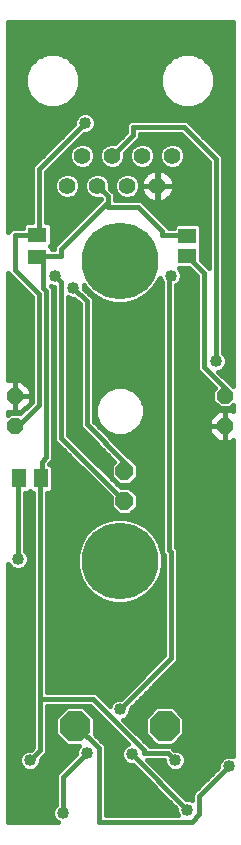
<source format=gtl>
G75*
%MOIN*%
%OFA0B0*%
%FSLAX24Y24*%
%IPPOS*%
%LPD*%
%AMOC8*
5,1,8,0,0,1.08239X$1,22.5*
%
%ADD10R,0.0591X0.0512*%
%ADD11R,0.0512X0.0630*%
%ADD12C,0.0554*%
%ADD13R,0.0630X0.0512*%
%ADD14OC8,0.0520*%
%ADD15OC8,0.0594*%
%ADD16OC8,0.1000*%
%ADD17C,0.0150*%
%ADD18C,0.0160*%
%ADD19C,0.0400*%
%ADD20C,0.2559*%
D10*
X006450Y019465D03*
X006450Y020135D03*
D11*
X001574Y012050D03*
X000826Y012050D03*
D12*
X002450Y021800D03*
X002950Y022800D03*
X003450Y021800D03*
X003950Y022800D03*
X004450Y021800D03*
X004950Y022800D03*
X005450Y021800D03*
X005950Y022800D03*
D13*
X001450Y020174D03*
X001450Y019426D03*
D14*
X000700Y014800D03*
X000700Y013800D03*
X007700Y013800D03*
X007700Y014800D03*
D15*
X004350Y012300D03*
X004350Y011300D03*
D16*
X005696Y003800D03*
X002704Y003800D03*
D17*
X002750Y003800D01*
X003500Y003050D01*
X003500Y000600D01*
X006600Y000600D01*
X006850Y000850D01*
X006850Y001450D01*
X007850Y002450D01*
X006450Y001000D02*
X004600Y002850D01*
X005000Y002900D02*
X005000Y003000D01*
X003300Y004700D01*
X001550Y004700D01*
X001550Y003000D01*
X001200Y002650D01*
X001550Y004700D02*
X001550Y012050D01*
X001574Y012050D01*
X001600Y012100D01*
X001600Y012600D01*
X001750Y012750D01*
X001750Y018300D01*
X001650Y018400D01*
X001650Y019400D01*
X001450Y019426D01*
X001450Y019450D01*
X002250Y019450D01*
X002250Y019700D01*
X003750Y021200D01*
X003800Y021200D01*
X003800Y021100D01*
X004800Y021100D01*
X005600Y020300D01*
X005600Y020150D01*
X006450Y020150D01*
X006450Y020135D01*
X006450Y019465D02*
X006450Y019450D01*
X007000Y018900D01*
X007000Y015750D01*
X007700Y015050D01*
X007700Y014800D01*
X007400Y015950D02*
X007400Y022700D01*
X006350Y023750D01*
X004650Y023750D01*
X004650Y023500D01*
X003950Y022800D01*
X003450Y021800D02*
X003800Y021450D01*
X003800Y021200D01*
X001500Y022350D02*
X003050Y023900D01*
X001500Y022350D02*
X001500Y020200D01*
X001450Y020174D01*
X001450Y020150D01*
X000700Y020150D01*
X000700Y019000D01*
X001500Y018200D01*
X001500Y014500D01*
X000800Y013800D01*
X000700Y013800D01*
X000800Y012050D02*
X000826Y012050D01*
X000800Y012050D02*
X000800Y009350D01*
X004350Y011300D02*
X002250Y013400D01*
X002250Y018600D01*
X002050Y018800D01*
X002650Y018400D02*
X003100Y017950D01*
X003100Y013850D01*
X004350Y012600D01*
X004350Y012300D01*
X005850Y009650D02*
X005900Y009600D01*
X005900Y006050D01*
X004200Y004350D01*
X005000Y002900D02*
X005800Y002900D01*
X006050Y002650D01*
X005850Y009650D02*
X005850Y018750D01*
X005900Y018800D01*
X003100Y002900D02*
X002300Y002100D01*
X002300Y000900D01*
D18*
X000480Y000580D02*
X000480Y009182D01*
X000495Y009146D01*
X000596Y009045D01*
X000728Y008990D01*
X000872Y008990D01*
X001004Y009045D01*
X001105Y009146D01*
X001160Y009278D01*
X001160Y009422D01*
X001105Y009554D01*
X001035Y009624D01*
X001035Y011575D01*
X001148Y011575D01*
X001200Y011627D01*
X001252Y011575D01*
X001315Y011575D01*
X001315Y003097D01*
X001228Y003010D01*
X001128Y003010D01*
X000996Y002955D01*
X000895Y002854D01*
X000840Y002722D01*
X000840Y002578D01*
X000895Y002446D01*
X000996Y002345D01*
X001128Y002290D01*
X001272Y002290D01*
X001404Y002345D01*
X001505Y002446D01*
X001560Y002578D01*
X001560Y002678D01*
X001647Y002765D01*
X001785Y002903D01*
X001785Y004465D01*
X003203Y004465D01*
X004478Y003189D01*
X004396Y003155D01*
X004295Y003054D01*
X004240Y002922D01*
X004240Y002778D01*
X004295Y002646D01*
X004396Y002545D01*
X004528Y002490D01*
X004628Y002490D01*
X006090Y001028D01*
X006090Y000928D01*
X006129Y000835D01*
X003735Y000835D01*
X003735Y003147D01*
X003360Y003523D01*
X003364Y003527D01*
X003364Y004073D01*
X002977Y004460D01*
X002431Y004460D01*
X002044Y004073D01*
X002044Y003527D01*
X002431Y003140D01*
X002831Y003140D01*
X002795Y003104D01*
X002740Y002972D01*
X002740Y002872D01*
X002203Y002335D01*
X002065Y002197D01*
X002065Y001174D01*
X001995Y001104D01*
X001940Y000972D01*
X001940Y000828D01*
X001995Y000696D01*
X002096Y000595D01*
X002132Y000580D01*
X000480Y000580D01*
X000480Y000617D02*
X002074Y000617D01*
X001962Y000776D02*
X000480Y000776D01*
X000480Y000934D02*
X001940Y000934D01*
X001990Y001093D02*
X000480Y001093D01*
X000480Y001251D02*
X002065Y001251D01*
X002065Y001410D02*
X000480Y001410D01*
X000480Y001568D02*
X002065Y001568D01*
X002065Y001727D02*
X000480Y001727D01*
X000480Y001885D02*
X002065Y001885D01*
X002065Y002044D02*
X000480Y002044D01*
X000480Y002202D02*
X002070Y002202D01*
X002228Y002361D02*
X001420Y002361D01*
X001535Y002519D02*
X002387Y002519D01*
X002545Y002678D02*
X001560Y002678D01*
X001718Y002836D02*
X002704Y002836D01*
X002749Y002995D02*
X001785Y002995D01*
X001785Y003153D02*
X002418Y003153D01*
X002259Y003312D02*
X001785Y003312D01*
X001785Y003470D02*
X002101Y003470D01*
X002044Y003629D02*
X001785Y003629D01*
X001785Y003787D02*
X002044Y003787D01*
X002044Y003946D02*
X001785Y003946D01*
X001785Y004104D02*
X002075Y004104D01*
X002233Y004263D02*
X001785Y004263D01*
X001785Y004421D02*
X002392Y004421D01*
X003016Y004421D02*
X003247Y004421D01*
X003175Y004263D02*
X003405Y004263D01*
X003333Y004104D02*
X003564Y004104D01*
X003722Y003946D02*
X003364Y003946D01*
X003364Y003787D02*
X003881Y003787D01*
X004039Y003629D02*
X003364Y003629D01*
X003412Y003470D02*
X004198Y003470D01*
X004356Y003312D02*
X003571Y003312D01*
X003729Y003153D02*
X004394Y003153D01*
X004270Y002995D02*
X003735Y002995D01*
X003735Y002836D02*
X004240Y002836D01*
X004282Y002678D02*
X003735Y002678D01*
X003735Y002519D02*
X004458Y002519D01*
X004757Y002361D02*
X003735Y002361D01*
X003735Y002202D02*
X004916Y002202D01*
X005074Y002044D02*
X003735Y002044D01*
X003735Y001885D02*
X005233Y001885D01*
X005391Y001727D02*
X003735Y001727D01*
X003735Y001568D02*
X005550Y001568D01*
X005708Y001410D02*
X003735Y001410D01*
X003735Y001251D02*
X005867Y001251D01*
X006025Y001093D02*
X003735Y001093D01*
X003735Y000934D02*
X006090Y000934D01*
X006214Y001568D02*
X006636Y001568D01*
X006615Y001547D02*
X006615Y001321D01*
X006522Y001360D01*
X006422Y001360D01*
X005117Y002665D01*
X005690Y002665D01*
X005690Y002578D01*
X005745Y002446D01*
X005846Y002345D01*
X005978Y002290D01*
X006122Y002290D01*
X006254Y002345D01*
X006355Y002446D01*
X006410Y002578D01*
X006410Y002722D01*
X006355Y002854D01*
X006254Y002955D01*
X006122Y003010D01*
X006022Y003010D01*
X005897Y003135D01*
X005197Y003135D01*
X004322Y004011D01*
X004404Y004045D01*
X004505Y004146D01*
X004560Y004278D01*
X004560Y004378D01*
X006135Y005953D01*
X006135Y009697D01*
X006085Y009747D01*
X006085Y018487D01*
X006104Y018495D01*
X006205Y018596D01*
X006260Y018728D01*
X006260Y018872D01*
X006205Y019004D01*
X006160Y019049D01*
X006518Y019049D01*
X006765Y018803D01*
X006765Y015653D01*
X007362Y015056D01*
X007280Y014974D01*
X007280Y014626D01*
X007526Y014380D01*
X007874Y014380D01*
X007981Y014487D01*
X007981Y014283D01*
X007924Y014340D01*
X007700Y014340D01*
X007700Y013800D01*
X007700Y013800D01*
X007700Y013260D01*
X007924Y013260D01*
X007981Y013317D01*
X007981Y002785D01*
X007922Y002810D01*
X007778Y002810D01*
X007646Y002755D01*
X007545Y002654D01*
X007490Y002522D01*
X007490Y002422D01*
X006753Y001685D01*
X006615Y001547D01*
X006615Y001410D02*
X006373Y001410D01*
X006056Y001727D02*
X006794Y001727D01*
X006953Y001885D02*
X005897Y001885D01*
X005739Y002044D02*
X007111Y002044D01*
X007270Y002202D02*
X005580Y002202D01*
X005422Y002361D02*
X005830Y002361D01*
X005715Y002519D02*
X005263Y002519D01*
X005179Y003153D02*
X005410Y003153D01*
X005423Y003140D02*
X005969Y003140D01*
X006356Y003527D01*
X006356Y004073D01*
X005969Y004460D01*
X005423Y004460D01*
X005036Y004073D01*
X005036Y003527D01*
X005423Y003140D01*
X005251Y003312D02*
X005021Y003312D01*
X005093Y003470D02*
X004862Y003470D01*
X004704Y003629D02*
X005036Y003629D01*
X005036Y003787D02*
X004545Y003787D01*
X004463Y004104D02*
X005067Y004104D01*
X005036Y003946D02*
X004387Y003946D01*
X004553Y004263D02*
X005225Y004263D01*
X005384Y004421D02*
X004603Y004421D01*
X004762Y004580D02*
X007981Y004580D01*
X007981Y004738D02*
X004920Y004738D01*
X005079Y004897D02*
X007981Y004897D01*
X007981Y005055D02*
X005237Y005055D01*
X005396Y005214D02*
X007981Y005214D01*
X007981Y005372D02*
X005554Y005372D01*
X005713Y005531D02*
X007981Y005531D01*
X007981Y005689D02*
X005871Y005689D01*
X006030Y005848D02*
X007981Y005848D01*
X007981Y006006D02*
X006135Y006006D01*
X006135Y006165D02*
X007981Y006165D01*
X007981Y006323D02*
X006135Y006323D01*
X006135Y006482D02*
X007981Y006482D01*
X007981Y006640D02*
X006135Y006640D01*
X006135Y006799D02*
X007981Y006799D01*
X007981Y006957D02*
X006135Y006957D01*
X006135Y007116D02*
X007981Y007116D01*
X007981Y007274D02*
X006135Y007274D01*
X006135Y007433D02*
X007981Y007433D01*
X007981Y007591D02*
X006135Y007591D01*
X006135Y007750D02*
X007981Y007750D01*
X007981Y007908D02*
X006135Y007908D01*
X006135Y008067D02*
X007981Y008067D01*
X007981Y008225D02*
X006135Y008225D01*
X006135Y008384D02*
X007981Y008384D01*
X007981Y008542D02*
X006135Y008542D01*
X006135Y008701D02*
X007981Y008701D01*
X007981Y008859D02*
X006135Y008859D01*
X006135Y009018D02*
X007981Y009018D01*
X007981Y009176D02*
X006135Y009176D01*
X006135Y009335D02*
X007981Y009335D01*
X007981Y009493D02*
X006135Y009493D01*
X006135Y009652D02*
X007981Y009652D01*
X007981Y009810D02*
X006085Y009810D01*
X006085Y009969D02*
X007981Y009969D01*
X007981Y010127D02*
X006085Y010127D01*
X006085Y010286D02*
X007981Y010286D01*
X007981Y010444D02*
X006085Y010444D01*
X006085Y010603D02*
X007981Y010603D01*
X007981Y010761D02*
X006085Y010761D01*
X006085Y010920D02*
X007981Y010920D01*
X007981Y011078D02*
X006085Y011078D01*
X006085Y011237D02*
X007981Y011237D01*
X007981Y011395D02*
X006085Y011395D01*
X006085Y011554D02*
X007981Y011554D01*
X007981Y011712D02*
X006085Y011712D01*
X006085Y011871D02*
X007981Y011871D01*
X007981Y012029D02*
X006085Y012029D01*
X006085Y012188D02*
X007981Y012188D01*
X007981Y012346D02*
X006085Y012346D01*
X006085Y012505D02*
X007981Y012505D01*
X007981Y012663D02*
X006085Y012663D01*
X006085Y012822D02*
X007981Y012822D01*
X007981Y012980D02*
X006085Y012980D01*
X006085Y013139D02*
X007981Y013139D01*
X007981Y013297D02*
X007961Y013297D01*
X007700Y013297D02*
X007700Y013297D01*
X007700Y013260D02*
X007700Y013800D01*
X007700Y013800D01*
X007700Y013800D01*
X007160Y013800D01*
X007160Y014024D01*
X007476Y014340D01*
X007700Y014340D01*
X007700Y013800D01*
X007160Y013800D01*
X007160Y013576D01*
X007476Y013260D01*
X007700Y013260D01*
X007700Y013456D02*
X007700Y013456D01*
X007700Y013614D02*
X007700Y013614D01*
X007700Y013773D02*
X007700Y013773D01*
X007700Y013931D02*
X007700Y013931D01*
X007700Y014090D02*
X007700Y014090D01*
X007700Y014248D02*
X007700Y014248D01*
X007900Y014407D02*
X007981Y014407D01*
X007981Y015113D02*
X007874Y015220D01*
X007862Y015220D01*
X007797Y015285D01*
X007486Y015596D01*
X007604Y015645D01*
X007705Y015746D01*
X007760Y015878D01*
X007760Y016022D01*
X007705Y016154D01*
X007635Y016224D01*
X007635Y022797D01*
X006585Y023847D01*
X006447Y023985D01*
X004553Y023985D01*
X004415Y023847D01*
X004415Y023597D01*
X004050Y023232D01*
X004037Y023237D01*
X003863Y023237D01*
X003702Y023171D01*
X003579Y023048D01*
X003513Y022887D01*
X003513Y022713D01*
X003579Y022552D01*
X003702Y022429D01*
X003863Y022363D01*
X004037Y022363D01*
X004198Y022429D01*
X004321Y022552D01*
X004387Y022713D01*
X004387Y022887D01*
X004382Y022900D01*
X004885Y023403D01*
X004885Y023515D01*
X006253Y023515D01*
X007165Y022603D01*
X007165Y019067D01*
X007097Y019135D01*
X006905Y019327D01*
X006905Y019788D01*
X006893Y019800D01*
X006905Y019812D01*
X006905Y020457D01*
X006812Y020551D01*
X006088Y020551D01*
X005995Y020457D01*
X005995Y020385D01*
X005835Y020385D01*
X005835Y020397D01*
X005035Y021197D01*
X004897Y021335D01*
X004035Y021335D01*
X004035Y021547D01*
X003882Y021700D01*
X003887Y021713D01*
X003887Y021887D01*
X003821Y022048D01*
X003698Y022171D01*
X003537Y022237D01*
X003363Y022237D01*
X003202Y022171D01*
X003079Y022048D01*
X003013Y021887D01*
X003013Y021713D01*
X003079Y021552D01*
X003202Y021429D01*
X003363Y021363D01*
X003537Y021363D01*
X003550Y021368D01*
X003565Y021353D01*
X003565Y021347D01*
X003515Y021297D01*
X002015Y019797D01*
X002015Y019685D01*
X001925Y019685D01*
X001925Y019748D01*
X001873Y019800D01*
X001925Y019852D01*
X001925Y020496D01*
X001831Y020590D01*
X001735Y020590D01*
X001735Y022253D01*
X003022Y023540D01*
X003122Y023540D01*
X003254Y023595D01*
X003355Y023696D01*
X003410Y023828D01*
X003410Y023972D01*
X003355Y024104D01*
X003254Y024205D01*
X003122Y024260D01*
X002978Y024260D01*
X002846Y024205D01*
X002745Y024104D01*
X002690Y023972D01*
X002690Y023872D01*
X001403Y022585D01*
X001265Y022447D01*
X001265Y020590D01*
X001069Y020590D01*
X000975Y020496D01*
X000975Y020385D01*
X000603Y020385D01*
X000480Y020262D01*
X000480Y027256D01*
X007981Y027256D01*
X007981Y015113D01*
X007981Y015199D02*
X007895Y015199D01*
X007981Y015358D02*
X007725Y015358D01*
X007566Y015516D02*
X007981Y015516D01*
X007981Y015675D02*
X007634Y015675D01*
X007741Y015833D02*
X007981Y015833D01*
X007981Y015992D02*
X007760Y015992D01*
X007707Y016150D02*
X007981Y016150D01*
X007981Y016309D02*
X007635Y016309D01*
X007635Y016467D02*
X007981Y016467D01*
X007981Y016626D02*
X007635Y016626D01*
X007635Y016784D02*
X007981Y016784D01*
X007981Y016943D02*
X007635Y016943D01*
X007635Y017101D02*
X007981Y017101D01*
X007981Y017260D02*
X007635Y017260D01*
X007635Y017418D02*
X007981Y017418D01*
X007981Y017577D02*
X007635Y017577D01*
X007635Y017735D02*
X007981Y017735D01*
X007981Y017894D02*
X007635Y017894D01*
X007635Y018052D02*
X007981Y018052D01*
X007981Y018211D02*
X007635Y018211D01*
X007635Y018369D02*
X007981Y018369D01*
X007981Y018528D02*
X007635Y018528D01*
X007635Y018686D02*
X007981Y018686D01*
X007981Y018845D02*
X007635Y018845D01*
X007635Y019003D02*
X007981Y019003D01*
X007981Y019162D02*
X007635Y019162D01*
X007635Y019320D02*
X007981Y019320D01*
X007981Y019479D02*
X007635Y019479D01*
X007635Y019637D02*
X007981Y019637D01*
X007981Y019796D02*
X007635Y019796D01*
X007635Y019954D02*
X007981Y019954D01*
X007981Y020113D02*
X007635Y020113D01*
X007635Y020271D02*
X007981Y020271D01*
X007981Y020430D02*
X007635Y020430D01*
X007635Y020588D02*
X007981Y020588D01*
X007981Y020747D02*
X007635Y020747D01*
X007635Y020905D02*
X007981Y020905D01*
X007981Y021064D02*
X007635Y021064D01*
X007635Y021222D02*
X007981Y021222D01*
X007981Y021381D02*
X007635Y021381D01*
X007635Y021539D02*
X007981Y021539D01*
X007981Y021698D02*
X007635Y021698D01*
X007635Y021856D02*
X007981Y021856D01*
X007981Y022015D02*
X007635Y022015D01*
X007635Y022173D02*
X007981Y022173D01*
X007981Y022332D02*
X007635Y022332D01*
X007635Y022490D02*
X007981Y022490D01*
X007981Y022649D02*
X007635Y022649D01*
X007625Y022807D02*
X007981Y022807D01*
X007981Y022966D02*
X007467Y022966D01*
X007308Y023124D02*
X007981Y023124D01*
X007981Y023283D02*
X007150Y023283D01*
X006991Y023441D02*
X007981Y023441D01*
X007981Y023600D02*
X006833Y023600D01*
X006674Y023758D02*
X007981Y023758D01*
X007981Y023917D02*
X006516Y023917D01*
X006633Y024380D02*
X006971Y024520D01*
X007230Y024779D01*
X007370Y025117D01*
X007370Y025483D01*
X007230Y025821D01*
X006971Y026080D01*
X006633Y026220D01*
X006267Y026220D01*
X005929Y026080D01*
X005670Y025821D01*
X005530Y025483D01*
X005530Y025117D01*
X005670Y024779D01*
X005929Y024520D01*
X006267Y024380D01*
X006633Y024380D01*
X006662Y024392D02*
X007981Y024392D01*
X007981Y024234D02*
X003185Y024234D01*
X003367Y024075D02*
X007981Y024075D01*
X007981Y024551D02*
X007002Y024551D01*
X007160Y024709D02*
X007981Y024709D01*
X007981Y024868D02*
X007267Y024868D01*
X007332Y025026D02*
X007981Y025026D01*
X007981Y025185D02*
X007370Y025185D01*
X007370Y025343D02*
X007981Y025343D01*
X007981Y025502D02*
X007362Y025502D01*
X007297Y025660D02*
X007981Y025660D01*
X007981Y025819D02*
X007231Y025819D01*
X007074Y025977D02*
X007981Y025977D01*
X007981Y026136D02*
X006837Y026136D01*
X006238Y024392D02*
X002162Y024392D01*
X002133Y024380D02*
X002471Y024520D01*
X002730Y024779D01*
X002870Y025117D01*
X002870Y025483D01*
X002730Y025821D01*
X002471Y026080D01*
X002133Y026220D01*
X001767Y026220D01*
X001429Y026080D01*
X001170Y025821D01*
X001030Y025483D01*
X001030Y025117D01*
X001170Y024779D01*
X001429Y024520D01*
X001767Y024380D01*
X002133Y024380D01*
X002417Y023600D02*
X000480Y023600D01*
X000480Y023758D02*
X002576Y023758D01*
X002690Y023917D02*
X000480Y023917D01*
X000480Y024075D02*
X002733Y024075D01*
X002915Y024234D02*
X000480Y024234D01*
X000480Y024392D02*
X001738Y024392D01*
X001398Y024551D02*
X000480Y024551D01*
X000480Y024709D02*
X001240Y024709D01*
X001133Y024868D02*
X000480Y024868D01*
X000480Y025026D02*
X001068Y025026D01*
X001030Y025185D02*
X000480Y025185D01*
X000480Y025343D02*
X001030Y025343D01*
X001038Y025502D02*
X000480Y025502D01*
X000480Y025660D02*
X001103Y025660D01*
X001169Y025819D02*
X000480Y025819D01*
X000480Y025977D02*
X001326Y025977D01*
X001563Y026136D02*
X000480Y026136D01*
X000480Y026294D02*
X007981Y026294D01*
X007981Y026453D02*
X000480Y026453D01*
X000480Y026611D02*
X007981Y026611D01*
X007981Y026770D02*
X000480Y026770D01*
X000480Y026928D02*
X007981Y026928D01*
X007981Y027087D02*
X000480Y027087D01*
X000480Y027245D02*
X007981Y027245D01*
X006644Y023124D02*
X006244Y023124D01*
X006198Y023171D02*
X006037Y023237D01*
X005863Y023237D01*
X005702Y023171D01*
X005579Y023048D01*
X005513Y022887D01*
X005513Y022713D01*
X005579Y022552D01*
X005702Y022429D01*
X005863Y022363D01*
X006037Y022363D01*
X006198Y022429D01*
X006321Y022552D01*
X006387Y022713D01*
X006387Y022887D01*
X006321Y023048D01*
X006198Y023171D01*
X006355Y022966D02*
X006802Y022966D01*
X006961Y022807D02*
X006387Y022807D01*
X006360Y022649D02*
X007119Y022649D01*
X007165Y022490D02*
X006258Y022490D01*
X005927Y022092D02*
X005966Y022014D01*
X005993Y021930D01*
X006007Y021844D01*
X006007Y021809D01*
X005459Y021809D01*
X005459Y021791D01*
X006007Y021791D01*
X006007Y021756D01*
X005993Y021670D01*
X005966Y021586D01*
X005927Y021508D01*
X005875Y021437D01*
X005813Y021375D01*
X005742Y021323D01*
X005664Y021284D01*
X005580Y021257D01*
X005494Y021243D01*
X005459Y021243D01*
X005459Y021791D01*
X005441Y021791D01*
X005441Y021243D01*
X005406Y021243D01*
X005320Y021257D01*
X005236Y021284D01*
X005158Y021323D01*
X005087Y021375D01*
X005025Y021437D01*
X004973Y021508D01*
X004934Y021586D01*
X004907Y021670D01*
X004893Y021756D01*
X004893Y021791D01*
X005441Y021791D01*
X005441Y021809D01*
X005441Y022357D01*
X005406Y022357D01*
X005320Y022343D01*
X005236Y022316D01*
X005158Y022277D01*
X005087Y022225D01*
X005025Y022163D01*
X004973Y022092D01*
X004934Y022014D01*
X004907Y021930D01*
X004893Y021844D01*
X004893Y021809D01*
X005441Y021809D01*
X005459Y021809D01*
X005459Y022357D01*
X005494Y022357D01*
X005580Y022343D01*
X005664Y022316D01*
X005742Y022277D01*
X005813Y022225D01*
X005875Y022163D01*
X005927Y022092D01*
X005966Y022015D02*
X007165Y022015D01*
X007165Y022173D02*
X005865Y022173D01*
X006005Y021856D02*
X007165Y021856D01*
X007165Y021698D02*
X005998Y021698D01*
X005942Y021539D02*
X007165Y021539D01*
X007165Y021381D02*
X005818Y021381D01*
X005644Y020588D02*
X007165Y020588D01*
X007165Y020430D02*
X006905Y020430D01*
X006905Y020271D02*
X007165Y020271D01*
X007165Y020113D02*
X006905Y020113D01*
X006905Y019954D02*
X007165Y019954D01*
X007165Y019796D02*
X006897Y019796D01*
X006905Y019637D02*
X007165Y019637D01*
X007165Y019479D02*
X006905Y019479D01*
X006912Y019320D02*
X007165Y019320D01*
X007165Y019162D02*
X007071Y019162D01*
X006723Y018845D02*
X006260Y018845D01*
X006242Y018686D02*
X006765Y018686D01*
X006765Y018528D02*
X006137Y018528D01*
X006085Y018369D02*
X006765Y018369D01*
X006765Y018211D02*
X006085Y018211D01*
X006085Y018052D02*
X006765Y018052D01*
X006765Y017894D02*
X006085Y017894D01*
X006085Y017735D02*
X006765Y017735D01*
X006765Y017577D02*
X006085Y017577D01*
X006085Y017418D02*
X006765Y017418D01*
X006765Y017260D02*
X006085Y017260D01*
X006085Y017101D02*
X006765Y017101D01*
X006765Y016943D02*
X006085Y016943D01*
X006085Y016784D02*
X006765Y016784D01*
X006765Y016626D02*
X006085Y016626D01*
X006085Y016467D02*
X006765Y016467D01*
X006765Y016309D02*
X006085Y016309D01*
X006085Y016150D02*
X006765Y016150D01*
X006765Y015992D02*
X006085Y015992D01*
X006085Y015833D02*
X006765Y015833D01*
X006765Y015675D02*
X006085Y015675D01*
X006085Y015516D02*
X006902Y015516D01*
X007060Y015358D02*
X006085Y015358D01*
X006085Y015199D02*
X007219Y015199D01*
X007280Y014882D02*
X006085Y014882D01*
X006085Y014724D02*
X007280Y014724D01*
X007341Y014565D02*
X006085Y014565D01*
X006085Y014407D02*
X007500Y014407D01*
X007384Y014248D02*
X006085Y014248D01*
X006085Y014090D02*
X007226Y014090D01*
X007160Y013931D02*
X006085Y013931D01*
X006085Y013773D02*
X007160Y013773D01*
X007160Y013614D02*
X006085Y013614D01*
X006085Y013456D02*
X007281Y013456D01*
X007439Y013297D02*
X006085Y013297D01*
X005615Y013297D02*
X003985Y013297D01*
X004035Y013469D02*
X004365Y013469D01*
X004671Y013595D01*
X004905Y013829D01*
X005031Y014135D01*
X005031Y014465D01*
X004905Y014771D01*
X004671Y015005D01*
X004365Y015131D01*
X004035Y015131D01*
X003729Y015005D01*
X003495Y014771D01*
X003369Y014465D01*
X003369Y014135D01*
X003495Y013829D01*
X003729Y013595D01*
X004035Y013469D01*
X004144Y013139D02*
X005615Y013139D01*
X005615Y012980D02*
X004302Y012980D01*
X004447Y012835D02*
X003335Y013947D01*
X003335Y018047D01*
X003197Y018185D01*
X003010Y018372D01*
X003010Y018472D01*
X002995Y018509D01*
X003048Y018416D01*
X003316Y018148D01*
X003644Y017959D01*
X004010Y017860D01*
X004390Y017860D01*
X004756Y017959D01*
X005084Y018148D01*
X005352Y018416D01*
X005540Y018742D01*
X005540Y018728D01*
X005595Y018596D01*
X005615Y018576D01*
X005615Y009581D01*
X005541Y009856D01*
X005352Y010184D01*
X005084Y010452D01*
X004756Y010641D01*
X004390Y010740D01*
X004010Y010740D01*
X003644Y010641D01*
X003316Y010452D01*
X003048Y010184D01*
X002859Y009856D01*
X002760Y009490D01*
X002760Y009110D01*
X002859Y008744D01*
X003048Y008416D01*
X003316Y008148D01*
X003644Y007959D01*
X004010Y007860D01*
X004390Y007860D01*
X004756Y007959D01*
X005084Y008148D01*
X005352Y008416D01*
X005541Y008744D01*
X005640Y009110D01*
X005640Y009490D01*
X005625Y009542D01*
X005665Y009503D01*
X005665Y006147D01*
X004228Y004710D01*
X004128Y004710D01*
X003996Y004655D01*
X003895Y004554D01*
X003861Y004472D01*
X003535Y004797D01*
X003397Y004935D01*
X001785Y004935D01*
X001785Y011575D01*
X001896Y011575D01*
X001990Y011669D01*
X001990Y012431D01*
X001896Y012525D01*
X001857Y012525D01*
X001985Y012653D01*
X001985Y018397D01*
X001917Y018465D01*
X001978Y018440D01*
X002015Y018440D01*
X002015Y013303D01*
X003893Y011425D01*
X003893Y011111D01*
X004161Y010843D01*
X004539Y010843D01*
X004807Y011111D01*
X004807Y011489D01*
X004539Y011757D01*
X004225Y011757D01*
X002485Y013497D01*
X002485Y018079D01*
X002578Y018040D01*
X002678Y018040D01*
X002865Y017853D01*
X002865Y013753D01*
X004011Y012607D01*
X003893Y012489D01*
X003893Y012111D01*
X004161Y011843D01*
X004539Y011843D01*
X004807Y012111D01*
X004807Y012489D01*
X004539Y012757D01*
X004525Y012757D01*
X004447Y012835D01*
X004461Y012822D02*
X005615Y012822D01*
X005615Y012663D02*
X004633Y012663D01*
X004792Y012505D02*
X005615Y012505D01*
X005615Y012346D02*
X004807Y012346D01*
X004807Y012188D02*
X005615Y012188D01*
X005615Y012029D02*
X004725Y012029D01*
X004567Y011871D02*
X005615Y011871D01*
X005615Y011712D02*
X004584Y011712D01*
X004743Y011554D02*
X005615Y011554D01*
X005615Y011395D02*
X004807Y011395D01*
X004807Y011237D02*
X005615Y011237D01*
X005615Y011078D02*
X004774Y011078D01*
X004616Y010920D02*
X005615Y010920D01*
X005615Y010761D02*
X001785Y010761D01*
X001785Y010603D02*
X003577Y010603D01*
X003893Y011237D02*
X001785Y011237D01*
X001785Y011395D02*
X003893Y011395D01*
X003764Y011554D02*
X001785Y011554D01*
X001785Y011078D02*
X003926Y011078D01*
X004084Y010920D02*
X001785Y010920D01*
X001785Y010444D02*
X003308Y010444D01*
X003150Y010286D02*
X001785Y010286D01*
X001785Y010127D02*
X003015Y010127D01*
X002924Y009969D02*
X001785Y009969D01*
X001785Y009810D02*
X002846Y009810D01*
X002804Y009652D02*
X001785Y009652D01*
X001785Y009493D02*
X002761Y009493D01*
X002760Y009335D02*
X001785Y009335D01*
X001785Y009176D02*
X002760Y009176D01*
X002785Y009018D02*
X001785Y009018D01*
X001785Y008859D02*
X002828Y008859D01*
X002884Y008701D02*
X001785Y008701D01*
X001785Y008542D02*
X002975Y008542D01*
X003081Y008384D02*
X001785Y008384D01*
X001785Y008225D02*
X003239Y008225D01*
X003457Y008067D02*
X001785Y008067D01*
X001785Y007908D02*
X003833Y007908D01*
X004567Y007908D02*
X005665Y007908D01*
X005665Y007750D02*
X001785Y007750D01*
X001785Y007591D02*
X005665Y007591D01*
X005665Y007433D02*
X001785Y007433D01*
X001785Y007274D02*
X005665Y007274D01*
X005665Y007116D02*
X001785Y007116D01*
X001785Y006957D02*
X005665Y006957D01*
X005665Y006799D02*
X001785Y006799D01*
X001785Y006640D02*
X005665Y006640D01*
X005665Y006482D02*
X001785Y006482D01*
X001785Y006323D02*
X005665Y006323D01*
X005665Y006165D02*
X001785Y006165D01*
X001785Y006006D02*
X005524Y006006D01*
X005365Y005848D02*
X001785Y005848D01*
X001785Y005689D02*
X005207Y005689D01*
X005048Y005531D02*
X001785Y005531D01*
X001785Y005372D02*
X004890Y005372D01*
X004731Y005214D02*
X001785Y005214D01*
X001785Y005055D02*
X004573Y005055D01*
X004414Y004897D02*
X003436Y004897D01*
X003594Y004738D02*
X004256Y004738D01*
X003920Y004580D02*
X003753Y004580D01*
X004943Y008067D02*
X005665Y008067D01*
X005665Y008225D02*
X005161Y008225D01*
X005319Y008384D02*
X005665Y008384D01*
X005665Y008542D02*
X005425Y008542D01*
X005516Y008701D02*
X005665Y008701D01*
X005665Y008859D02*
X005572Y008859D01*
X005615Y009018D02*
X005665Y009018D01*
X005665Y009176D02*
X005640Y009176D01*
X005640Y009335D02*
X005665Y009335D01*
X005665Y009493D02*
X005639Y009493D01*
X005615Y009652D02*
X005596Y009652D01*
X005615Y009810D02*
X005554Y009810D01*
X005615Y009969D02*
X005476Y009969D01*
X005385Y010127D02*
X005615Y010127D01*
X005615Y010286D02*
X005250Y010286D01*
X005092Y010444D02*
X005615Y010444D01*
X005615Y010603D02*
X004823Y010603D01*
X004133Y011871D02*
X004112Y011871D01*
X003975Y012029D02*
X003953Y012029D01*
X003893Y012188D02*
X003795Y012188D01*
X003893Y012346D02*
X003636Y012346D01*
X003478Y012505D02*
X003908Y012505D01*
X003955Y012663D02*
X003319Y012663D01*
X003161Y012822D02*
X003796Y012822D01*
X003638Y012980D02*
X003002Y012980D01*
X002844Y013139D02*
X003479Y013139D01*
X003321Y013297D02*
X002685Y013297D01*
X002527Y013456D02*
X003162Y013456D01*
X003004Y013614D02*
X002485Y013614D01*
X002485Y013773D02*
X002865Y013773D01*
X002865Y013931D02*
X002485Y013931D01*
X002485Y014090D02*
X002865Y014090D01*
X002865Y014248D02*
X002485Y014248D01*
X002485Y014407D02*
X002865Y014407D01*
X002865Y014565D02*
X002485Y014565D01*
X002485Y014724D02*
X002865Y014724D01*
X002865Y014882D02*
X002485Y014882D01*
X002485Y015041D02*
X002865Y015041D01*
X002865Y015199D02*
X002485Y015199D01*
X002485Y015358D02*
X002865Y015358D01*
X002865Y015516D02*
X002485Y015516D01*
X002485Y015675D02*
X002865Y015675D01*
X002865Y015833D02*
X002485Y015833D01*
X002485Y015992D02*
X002865Y015992D01*
X002865Y016150D02*
X002485Y016150D01*
X002485Y016309D02*
X002865Y016309D01*
X002865Y016467D02*
X002485Y016467D01*
X002485Y016626D02*
X002865Y016626D01*
X002865Y016784D02*
X002485Y016784D01*
X002485Y016943D02*
X002865Y016943D01*
X002865Y017101D02*
X002485Y017101D01*
X002485Y017260D02*
X002865Y017260D01*
X002865Y017418D02*
X002485Y017418D01*
X002485Y017577D02*
X002865Y017577D01*
X002865Y017735D02*
X002485Y017735D01*
X002485Y017894D02*
X002824Y017894D01*
X003013Y018369D02*
X003095Y018369D01*
X003172Y018211D02*
X003254Y018211D01*
X003330Y018052D02*
X003482Y018052D01*
X003335Y017894D02*
X003887Y017894D01*
X003335Y017735D02*
X005615Y017735D01*
X005615Y017577D02*
X003335Y017577D01*
X003335Y017418D02*
X005615Y017418D01*
X005615Y017260D02*
X003335Y017260D01*
X003335Y017101D02*
X005615Y017101D01*
X005615Y016943D02*
X003335Y016943D01*
X003335Y016784D02*
X005615Y016784D01*
X005615Y016626D02*
X003335Y016626D01*
X003335Y016467D02*
X005615Y016467D01*
X005615Y016309D02*
X003335Y016309D01*
X003335Y016150D02*
X005615Y016150D01*
X005615Y015992D02*
X003335Y015992D01*
X003335Y015833D02*
X005615Y015833D01*
X005615Y015675D02*
X003335Y015675D01*
X003335Y015516D02*
X005615Y015516D01*
X005615Y015358D02*
X003335Y015358D01*
X003335Y015199D02*
X005615Y015199D01*
X005615Y015041D02*
X004584Y015041D01*
X004793Y014882D02*
X005615Y014882D01*
X005615Y014724D02*
X004924Y014724D01*
X004990Y014565D02*
X005615Y014565D01*
X005615Y014407D02*
X005031Y014407D01*
X005031Y014248D02*
X005615Y014248D01*
X005615Y014090D02*
X005012Y014090D01*
X004947Y013931D02*
X005615Y013931D01*
X005615Y013773D02*
X004848Y013773D01*
X004689Y013614D02*
X005615Y013614D01*
X005615Y013456D02*
X003827Y013456D01*
X003711Y013614D02*
X003668Y013614D01*
X003552Y013773D02*
X003510Y013773D01*
X003453Y013931D02*
X003351Y013931D01*
X003335Y014090D02*
X003388Y014090D01*
X003369Y014248D02*
X003335Y014248D01*
X003335Y014407D02*
X003369Y014407D01*
X003335Y014565D02*
X003410Y014565D01*
X003476Y014724D02*
X003335Y014724D01*
X003335Y014882D02*
X003607Y014882D01*
X003816Y015041D02*
X003335Y015041D01*
X002655Y012663D02*
X001985Y012663D01*
X001985Y012822D02*
X002496Y012822D01*
X002338Y012980D02*
X001985Y012980D01*
X001985Y013139D02*
X002179Y013139D01*
X002021Y013297D02*
X001985Y013297D01*
X001985Y013456D02*
X002015Y013456D01*
X002015Y013614D02*
X001985Y013614D01*
X001985Y013773D02*
X002015Y013773D01*
X002015Y013931D02*
X001985Y013931D01*
X001985Y014090D02*
X002015Y014090D01*
X002015Y014248D02*
X001985Y014248D01*
X001985Y014407D02*
X002015Y014407D01*
X002015Y014565D02*
X001985Y014565D01*
X001985Y014724D02*
X002015Y014724D01*
X002015Y014882D02*
X001985Y014882D01*
X001985Y015041D02*
X002015Y015041D01*
X002015Y015199D02*
X001985Y015199D01*
X001985Y015358D02*
X002015Y015358D01*
X002015Y015516D02*
X001985Y015516D01*
X001985Y015675D02*
X002015Y015675D01*
X002015Y015833D02*
X001985Y015833D01*
X001985Y015992D02*
X002015Y015992D01*
X002015Y016150D02*
X001985Y016150D01*
X001985Y016309D02*
X002015Y016309D01*
X002015Y016467D02*
X001985Y016467D01*
X001985Y016626D02*
X002015Y016626D01*
X002015Y016784D02*
X001985Y016784D01*
X001985Y016943D02*
X002015Y016943D01*
X002015Y017101D02*
X001985Y017101D01*
X001985Y017260D02*
X002015Y017260D01*
X002015Y017418D02*
X001985Y017418D01*
X001985Y017577D02*
X002015Y017577D01*
X002015Y017735D02*
X001985Y017735D01*
X001985Y017894D02*
X002015Y017894D01*
X002015Y018052D02*
X001985Y018052D01*
X001985Y018211D02*
X002015Y018211D01*
X002015Y018369D02*
X001985Y018369D01*
X002015Y019796D02*
X001878Y019796D01*
X001925Y019954D02*
X002172Y019954D01*
X002330Y020113D02*
X001925Y020113D01*
X001925Y020271D02*
X002489Y020271D01*
X002647Y020430D02*
X001925Y020430D01*
X001833Y020588D02*
X002806Y020588D01*
X002964Y020747D02*
X001735Y020747D01*
X001735Y020905D02*
X003123Y020905D01*
X003281Y021064D02*
X001735Y021064D01*
X001735Y021222D02*
X003440Y021222D01*
X003320Y021381D02*
X002580Y021381D01*
X002537Y021363D02*
X002698Y021429D01*
X002821Y021552D01*
X002887Y021713D01*
X002887Y021887D01*
X002821Y022048D01*
X002698Y022171D01*
X002537Y022237D01*
X002363Y022237D01*
X002202Y022171D01*
X002079Y022048D01*
X002013Y021887D01*
X002013Y021713D01*
X002079Y021552D01*
X002202Y021429D01*
X002363Y021363D01*
X002537Y021363D01*
X002320Y021381D02*
X001735Y021381D01*
X001735Y021539D02*
X002093Y021539D01*
X002019Y021698D02*
X001735Y021698D01*
X001735Y021856D02*
X002013Y021856D01*
X002066Y022015D02*
X001735Y022015D01*
X001735Y022173D02*
X002208Y022173D01*
X002131Y022649D02*
X002540Y022649D01*
X002513Y022713D02*
X002579Y022552D01*
X002702Y022429D01*
X002863Y022363D01*
X003037Y022363D01*
X003198Y022429D01*
X003321Y022552D01*
X003387Y022713D01*
X003387Y022887D01*
X003321Y023048D01*
X003198Y023171D01*
X003037Y023237D01*
X002863Y023237D01*
X002702Y023171D01*
X002579Y023048D01*
X002513Y022887D01*
X002513Y022713D01*
X002513Y022807D02*
X002289Y022807D01*
X002448Y022966D02*
X002545Y022966D01*
X002606Y023124D02*
X002656Y023124D01*
X002765Y023283D02*
X004100Y023283D01*
X004259Y023441D02*
X002923Y023441D01*
X002642Y022490D02*
X001972Y022490D01*
X001814Y022332D02*
X005283Y022332D01*
X005198Y022429D02*
X005321Y022552D01*
X005387Y022713D01*
X005387Y022887D01*
X005321Y023048D01*
X005198Y023171D01*
X005037Y023237D01*
X004863Y023237D01*
X004702Y023171D01*
X004579Y023048D01*
X004513Y022887D01*
X004513Y022713D01*
X004579Y022552D01*
X004702Y022429D01*
X004863Y022363D01*
X005037Y022363D01*
X005198Y022429D01*
X005258Y022490D02*
X005642Y022490D01*
X005617Y022332D02*
X007165Y022332D01*
X007165Y021222D02*
X005010Y021222D01*
X005082Y021381D02*
X004580Y021381D01*
X004537Y021363D02*
X004698Y021429D01*
X004821Y021552D01*
X004887Y021713D01*
X004887Y021887D01*
X004821Y022048D01*
X004698Y022171D01*
X004537Y022237D01*
X004363Y022237D01*
X004202Y022171D01*
X004079Y022048D01*
X004013Y021887D01*
X004013Y021713D01*
X004079Y021552D01*
X004202Y021429D01*
X004363Y021363D01*
X004537Y021363D01*
X004320Y021381D02*
X004035Y021381D01*
X004035Y021539D02*
X004093Y021539D01*
X004019Y021698D02*
X003885Y021698D01*
X003887Y021856D02*
X004013Y021856D01*
X004066Y022015D02*
X003834Y022015D01*
X003692Y022173D02*
X004208Y022173D01*
X004258Y022490D02*
X004642Y022490D01*
X004540Y022649D02*
X004360Y022649D01*
X004387Y022807D02*
X004513Y022807D01*
X004545Y022966D02*
X004448Y022966D01*
X004606Y023124D02*
X004656Y023124D01*
X004765Y023283D02*
X006485Y023283D01*
X006327Y023441D02*
X004885Y023441D01*
X005244Y023124D02*
X005656Y023124D01*
X005545Y022966D02*
X005355Y022966D01*
X005387Y022807D02*
X005513Y022807D01*
X005540Y022649D02*
X005360Y022649D01*
X005441Y022332D02*
X005459Y022332D01*
X005459Y022173D02*
X005441Y022173D01*
X005441Y022015D02*
X005459Y022015D01*
X005459Y021856D02*
X005441Y021856D01*
X005441Y021698D02*
X005459Y021698D01*
X005459Y021539D02*
X005441Y021539D01*
X005441Y021381D02*
X005459Y021381D01*
X005327Y020905D02*
X007165Y020905D01*
X007165Y020747D02*
X005486Y020747D01*
X005169Y021064D02*
X007165Y021064D01*
X006565Y019003D02*
X006206Y019003D01*
X005995Y020430D02*
X005803Y020430D01*
X005558Y018686D02*
X005508Y018686D01*
X005416Y018528D02*
X005615Y018528D01*
X005615Y018369D02*
X005305Y018369D01*
X005146Y018211D02*
X005615Y018211D01*
X005615Y018052D02*
X004918Y018052D01*
X004513Y017894D02*
X005615Y017894D01*
X006085Y015041D02*
X007347Y015041D01*
X005035Y022173D02*
X004692Y022173D01*
X004834Y022015D02*
X004934Y022015D01*
X004895Y021856D02*
X004887Y021856D01*
X004881Y021698D02*
X004902Y021698D01*
X004958Y021539D02*
X004807Y021539D01*
X004415Y023600D02*
X003259Y023600D01*
X003381Y023758D02*
X004415Y023758D01*
X004484Y023917D02*
X003410Y023917D01*
X003244Y023124D02*
X003656Y023124D01*
X003545Y022966D02*
X003355Y022966D01*
X003387Y022807D02*
X003513Y022807D01*
X003540Y022649D02*
X003360Y022649D01*
X003258Y022490D02*
X003642Y022490D01*
X003208Y022173D02*
X002692Y022173D01*
X002834Y022015D02*
X003066Y022015D01*
X003013Y021856D02*
X002887Y021856D01*
X002881Y021698D02*
X003019Y021698D01*
X003093Y021539D02*
X002807Y021539D01*
X002259Y023441D02*
X000480Y023441D01*
X000480Y023283D02*
X002100Y023283D01*
X001942Y023124D02*
X000480Y023124D01*
X000480Y022966D02*
X001783Y022966D01*
X001625Y022807D02*
X000480Y022807D01*
X000480Y022649D02*
X001466Y022649D01*
X001308Y022490D02*
X000480Y022490D01*
X000480Y022332D02*
X001265Y022332D01*
X001265Y022173D02*
X000480Y022173D01*
X000480Y022015D02*
X001265Y022015D01*
X001265Y021856D02*
X000480Y021856D01*
X000480Y021698D02*
X001265Y021698D01*
X001265Y021539D02*
X000480Y021539D01*
X000480Y021381D02*
X001265Y021381D01*
X001265Y021222D02*
X000480Y021222D01*
X000480Y021064D02*
X001265Y021064D01*
X001265Y020905D02*
X000480Y020905D01*
X000480Y020747D02*
X001265Y020747D01*
X001067Y020588D02*
X000480Y020588D01*
X000480Y020430D02*
X000975Y020430D01*
X000523Y018845D02*
X000480Y018845D01*
X000480Y018888D02*
X001265Y018103D01*
X001265Y014597D01*
X000881Y014213D01*
X000874Y014220D01*
X000526Y014220D01*
X000480Y014174D01*
X000480Y014260D01*
X000700Y014260D01*
X000924Y014260D01*
X001240Y014576D01*
X001240Y014800D01*
X001240Y015024D01*
X000924Y015340D01*
X000700Y015340D01*
X000700Y014800D01*
X001240Y014800D01*
X000700Y014800D01*
X000700Y014800D01*
X000700Y014800D01*
X000700Y014260D01*
X000700Y014800D01*
X000700Y014800D01*
X000700Y015340D01*
X000480Y015340D01*
X000480Y018888D01*
X000480Y018686D02*
X000682Y018686D01*
X000840Y018528D02*
X000480Y018528D01*
X000480Y018369D02*
X000999Y018369D01*
X001157Y018211D02*
X000480Y018211D01*
X000480Y018052D02*
X001265Y018052D01*
X001265Y017894D02*
X000480Y017894D01*
X000480Y017735D02*
X001265Y017735D01*
X001265Y017577D02*
X000480Y017577D01*
X000480Y017418D02*
X001265Y017418D01*
X001265Y017260D02*
X000480Y017260D01*
X000480Y017101D02*
X001265Y017101D01*
X001265Y016943D02*
X000480Y016943D01*
X000480Y016784D02*
X001265Y016784D01*
X001265Y016626D02*
X000480Y016626D01*
X000480Y016467D02*
X001265Y016467D01*
X001265Y016309D02*
X000480Y016309D01*
X000480Y016150D02*
X001265Y016150D01*
X001265Y015992D02*
X000480Y015992D01*
X000480Y015833D02*
X001265Y015833D01*
X001265Y015675D02*
X000480Y015675D01*
X000480Y015516D02*
X001265Y015516D01*
X001265Y015358D02*
X000480Y015358D01*
X000700Y015199D02*
X000700Y015199D01*
X000700Y015041D02*
X000700Y015041D01*
X000700Y014882D02*
X000700Y014882D01*
X000700Y014724D02*
X000700Y014724D01*
X000700Y014565D02*
X000700Y014565D01*
X000700Y014407D02*
X000700Y014407D01*
X000916Y014248D02*
X000480Y014248D01*
X001070Y014407D02*
X001074Y014407D01*
X001229Y014565D02*
X001233Y014565D01*
X001240Y014724D02*
X001265Y014724D01*
X001265Y014882D02*
X001240Y014882D01*
X001223Y015041D02*
X001265Y015041D01*
X001265Y015199D02*
X001065Y015199D01*
X001917Y012505D02*
X002813Y012505D01*
X002972Y012346D02*
X001990Y012346D01*
X001990Y012188D02*
X003130Y012188D01*
X003289Y012029D02*
X001990Y012029D01*
X001990Y011871D02*
X003447Y011871D01*
X003606Y011712D02*
X001990Y011712D01*
X001315Y011554D02*
X001035Y011554D01*
X001035Y011395D02*
X001315Y011395D01*
X001315Y011237D02*
X001035Y011237D01*
X001035Y011078D02*
X001315Y011078D01*
X001315Y010920D02*
X001035Y010920D01*
X001035Y010761D02*
X001315Y010761D01*
X001315Y010603D02*
X001035Y010603D01*
X001035Y010444D02*
X001315Y010444D01*
X001315Y010286D02*
X001035Y010286D01*
X001035Y010127D02*
X001315Y010127D01*
X001315Y009969D02*
X001035Y009969D01*
X001035Y009810D02*
X001315Y009810D01*
X001315Y009652D02*
X001035Y009652D01*
X001130Y009493D02*
X001315Y009493D01*
X001315Y009335D02*
X001160Y009335D01*
X001118Y009176D02*
X001315Y009176D01*
X001315Y009018D02*
X000938Y009018D01*
X000662Y009018D02*
X000480Y009018D01*
X000480Y009176D02*
X000482Y009176D01*
X000480Y008859D02*
X001315Y008859D01*
X001315Y008701D02*
X000480Y008701D01*
X000480Y008542D02*
X001315Y008542D01*
X001315Y008384D02*
X000480Y008384D01*
X000480Y008225D02*
X001315Y008225D01*
X001315Y008067D02*
X000480Y008067D01*
X000480Y007908D02*
X001315Y007908D01*
X001315Y007750D02*
X000480Y007750D01*
X000480Y007591D02*
X001315Y007591D01*
X001315Y007433D02*
X000480Y007433D01*
X000480Y007274D02*
X001315Y007274D01*
X001315Y007116D02*
X000480Y007116D01*
X000480Y006957D02*
X001315Y006957D01*
X001315Y006799D02*
X000480Y006799D01*
X000480Y006640D02*
X001315Y006640D01*
X001315Y006482D02*
X000480Y006482D01*
X000480Y006323D02*
X001315Y006323D01*
X001315Y006165D02*
X000480Y006165D01*
X000480Y006006D02*
X001315Y006006D01*
X001315Y005848D02*
X000480Y005848D01*
X000480Y005689D02*
X001315Y005689D01*
X001315Y005531D02*
X000480Y005531D01*
X000480Y005372D02*
X001315Y005372D01*
X001315Y005214D02*
X000480Y005214D01*
X000480Y005055D02*
X001315Y005055D01*
X001315Y004897D02*
X000480Y004897D01*
X000480Y004738D02*
X001315Y004738D01*
X001315Y004580D02*
X000480Y004580D01*
X000480Y004421D02*
X001315Y004421D01*
X001315Y004263D02*
X000480Y004263D01*
X000480Y004104D02*
X001315Y004104D01*
X001315Y003946D02*
X000480Y003946D01*
X000480Y003787D02*
X001315Y003787D01*
X001315Y003629D02*
X000480Y003629D01*
X000480Y003470D02*
X001315Y003470D01*
X001315Y003312D02*
X000480Y003312D01*
X000480Y003153D02*
X001315Y003153D01*
X001091Y002995D02*
X000480Y002995D01*
X000480Y002836D02*
X000887Y002836D01*
X000840Y002678D02*
X000480Y002678D01*
X000480Y002519D02*
X000865Y002519D01*
X000980Y002361D02*
X000480Y002361D01*
X002485Y018052D02*
X002549Y018052D01*
X002502Y024551D02*
X005898Y024551D01*
X005740Y024709D02*
X002660Y024709D01*
X002767Y024868D02*
X005633Y024868D01*
X005568Y025026D02*
X002832Y025026D01*
X002870Y025185D02*
X005530Y025185D01*
X005530Y025343D02*
X002870Y025343D01*
X002862Y025502D02*
X005538Y025502D01*
X005603Y025660D02*
X002797Y025660D01*
X002731Y025819D02*
X005669Y025819D01*
X005826Y025977D02*
X002574Y025977D01*
X002337Y026136D02*
X006063Y026136D01*
X000489Y020271D02*
X000480Y020271D01*
X006008Y004421D02*
X007981Y004421D01*
X007981Y004263D02*
X006167Y004263D01*
X006325Y004104D02*
X007981Y004104D01*
X007981Y003946D02*
X006356Y003946D01*
X006356Y003787D02*
X007981Y003787D01*
X007981Y003629D02*
X006356Y003629D01*
X006299Y003470D02*
X007981Y003470D01*
X007981Y003312D02*
X006141Y003312D01*
X006159Y002995D02*
X007981Y002995D01*
X007981Y003153D02*
X005982Y003153D01*
X006270Y002361D02*
X007428Y002361D01*
X007490Y002519D02*
X006385Y002519D01*
X006410Y002678D02*
X007568Y002678D01*
X007981Y002836D02*
X006363Y002836D01*
D19*
X006050Y002650D03*
X006450Y001000D03*
X007850Y002450D03*
X004600Y002850D03*
X004200Y004350D03*
X003100Y002900D03*
X002300Y000900D03*
X001200Y002650D03*
X002700Y005800D03*
X000800Y009350D03*
X000700Y008800D03*
X002650Y018400D03*
X002050Y018800D03*
X003050Y023900D03*
X005900Y018800D03*
X007400Y015950D03*
D20*
X004200Y019300D03*
X004200Y009300D03*
M02*

</source>
